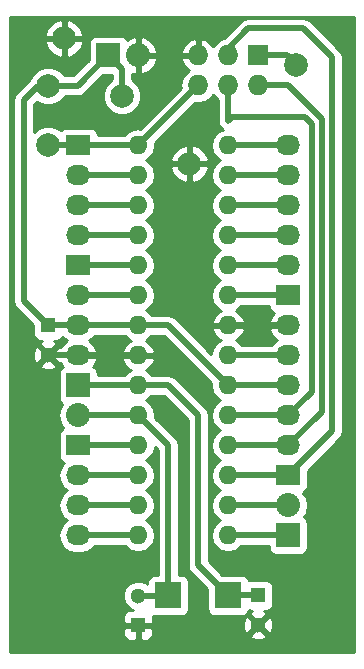
<source format=gbr>
G04 #@! TF.FileFunction,Copper,L1,Top,Signal*
%FSLAX46Y46*%
G04 Gerber Fmt 4.6, Leading zero omitted, Abs format (unit mm)*
G04 Created by KiCad (PCBNEW 4.0.0-1rc2.201511201506+6189~38~ubuntu15.04.1-stable) date Fr 22 Jan 2016 14:24:20 CET*
%MOMM*%
G01*
G04 APERTURE LIST*
%ADD10C,0.300000*%
%ADD11R,1.300000X1.300000*%
%ADD12C,1.300000*%
%ADD13O,1.600000X1.600000*%
%ADD14R,2.032000X2.032000*%
%ADD15O,2.032000X2.032000*%
%ADD16R,2.032000X1.727200*%
%ADD17O,2.032000X1.727200*%
%ADD18R,1.727200X1.727200*%
%ADD19O,1.727200X1.727200*%
%ADD20C,1.998980*%
%ADD21R,2.235200X2.235200*%
%ADD22C,0.500000*%
%ADD23C,0.254000*%
G04 APERTURE END LIST*
D10*
D11*
X15240000Y-38100000D03*
D12*
X15240000Y-40600000D03*
D11*
X33020000Y-60960000D03*
D12*
X33020000Y-63460000D03*
D11*
X22860000Y-63500000D03*
D12*
X22860000Y-61000000D03*
D13*
X22860000Y-22860000D03*
X22860000Y-25400000D03*
X22860000Y-27940000D03*
X22860000Y-30480000D03*
X22860000Y-33020000D03*
X22860000Y-35560000D03*
X22860000Y-38100000D03*
X22860000Y-40640000D03*
X22860000Y-43180000D03*
X22860000Y-45720000D03*
X22860000Y-48260000D03*
X22860000Y-50800000D03*
X22860000Y-53340000D03*
X22860000Y-55880000D03*
X30480000Y-55880000D03*
X30480000Y-53340000D03*
X30480000Y-50800000D03*
X30480000Y-48260000D03*
X30480000Y-45720000D03*
X30480000Y-43180000D03*
X30480000Y-40640000D03*
X30480000Y-38100000D03*
X30480000Y-35560000D03*
X30480000Y-33020000D03*
X30480000Y-30480000D03*
X30480000Y-27940000D03*
X30480000Y-25400000D03*
X30480000Y-22860000D03*
D14*
X20320000Y-15240000D03*
D15*
X22860000Y-15240000D03*
D16*
X17780000Y-22860000D03*
D17*
X17780000Y-25400000D03*
X17780000Y-27940000D03*
X17780000Y-30480000D03*
D14*
X17780000Y-43180000D03*
D15*
X17780000Y-45720000D03*
D16*
X17780000Y-48260000D03*
D17*
X17780000Y-50800000D03*
X17780000Y-53340000D03*
X17780000Y-55880000D03*
D16*
X17780000Y-33020000D03*
D17*
X17780000Y-35560000D03*
X17780000Y-38100000D03*
X17780000Y-40640000D03*
D18*
X33020000Y-15240000D03*
D19*
X33020000Y-17780000D03*
X30480000Y-15240000D03*
X30480000Y-17780000D03*
X27940000Y-15240000D03*
X27940000Y-17780000D03*
D20*
X15240000Y-17820640D03*
X15240000Y-22821900D03*
X27198101Y-24404101D03*
X16591499Y-13797499D03*
X21493742Y-18670881D03*
X36265858Y-16066159D03*
D16*
X35560000Y-35560000D03*
D17*
X35560000Y-33020000D03*
X35560000Y-30480000D03*
X35560000Y-27940000D03*
X35560000Y-25400000D03*
X35560000Y-22860000D03*
D14*
X35560000Y-55880000D03*
D15*
X35560000Y-53340000D03*
D16*
X35560000Y-50800000D03*
D17*
X35560000Y-48260000D03*
X35560000Y-45720000D03*
X35560000Y-43180000D03*
X35560000Y-40640000D03*
X35560000Y-38100000D03*
D21*
X25400000Y-60960000D03*
X30480000Y-60960000D03*
D22*
X33020000Y-15240000D02*
X35439699Y-15240000D01*
X35439699Y-15240000D02*
X36265858Y-16066159D01*
X35439699Y-15240000D02*
X36265858Y-16066159D01*
X21493742Y-18670881D02*
X21493742Y-16413742D01*
X21493742Y-16413742D02*
X20320000Y-15240000D01*
X22860000Y-38100000D02*
X25400000Y-38100000D01*
X25400000Y-38100000D02*
X30480000Y-43180000D01*
X15240000Y-17820640D02*
X14366240Y-17820640D01*
X14366240Y-17820640D02*
X13159740Y-19027140D01*
X13159740Y-36019740D02*
X15240000Y-38100000D01*
X13159740Y-19027140D02*
X13159740Y-36019740D01*
X15240000Y-38100000D02*
X17780000Y-38100000D01*
X15240000Y-17820640D02*
X17739360Y-17820640D01*
X17739360Y-17820640D02*
X20320000Y-15240000D01*
X17780000Y-38100000D02*
X22860000Y-38100000D01*
X30480000Y-43180000D02*
X35560000Y-43180000D01*
X15240000Y-40600000D02*
X17740000Y-40600000D01*
X17740000Y-40600000D02*
X17780000Y-40640000D01*
X17780000Y-40640000D02*
X22860000Y-40640000D01*
X30480000Y-38100000D02*
X35560000Y-38100000D01*
X22860000Y-43180000D02*
X25400000Y-43180000D01*
X27940000Y-58420000D02*
X30480000Y-60960000D01*
X27940000Y-45720000D02*
X27940000Y-58420000D01*
X25400000Y-43180000D02*
X27940000Y-45720000D01*
X30480000Y-60960000D02*
X33020000Y-60960000D01*
X17780000Y-43180000D02*
X22860000Y-43180000D01*
X25400000Y-60960000D02*
X25400000Y-48260000D01*
X25400000Y-48260000D02*
X22860000Y-45720000D01*
X22860000Y-61000000D02*
X25360000Y-61000000D01*
X25360000Y-61000000D02*
X25400000Y-60960000D01*
X17780000Y-45720000D02*
X22860000Y-45720000D01*
X27940000Y-17780000D02*
X22860000Y-22860000D01*
X17780000Y-22860000D02*
X15278100Y-22860000D01*
X15278100Y-22860000D02*
X15240000Y-22821900D01*
X17780000Y-22860000D02*
X22860000Y-22860000D01*
X17780000Y-25400000D02*
X22860000Y-25400000D01*
X17780000Y-27940000D02*
X22860000Y-27940000D01*
X17780000Y-30480000D02*
X22860000Y-30480000D01*
X17780000Y-33020000D02*
X22860000Y-33020000D01*
X17780000Y-35560000D02*
X22860000Y-35560000D01*
X17780000Y-48260000D02*
X22860000Y-48260000D01*
X17780000Y-50800000D02*
X22860000Y-50800000D01*
X17780000Y-53340000D02*
X22860000Y-53340000D01*
X17780000Y-55880000D02*
X22860000Y-55880000D01*
X30480000Y-55880000D02*
X35560000Y-55880000D01*
X30480000Y-53340000D02*
X35560000Y-53340000D01*
X30480000Y-15240000D02*
X30480000Y-14668500D01*
X30480000Y-14668500D02*
X32194500Y-12954000D01*
X32194500Y-12954000D02*
X36842700Y-12954000D01*
X36842700Y-12954000D02*
X39281100Y-15392400D01*
X39281100Y-15392400D02*
X39281100Y-47078900D01*
X39281100Y-47078900D02*
X35560000Y-50800000D01*
X30480000Y-50800000D02*
X35560000Y-50800000D01*
X33020000Y-17780000D02*
X35570160Y-17780000D01*
X38409880Y-45410120D02*
X35560000Y-48260000D01*
X38409880Y-20619720D02*
X38409880Y-45410120D01*
X35570160Y-17780000D02*
X38409880Y-20619720D01*
X30480000Y-48260000D02*
X35560000Y-48260000D01*
X30480000Y-17780000D02*
X30480000Y-20782280D01*
X37571680Y-43708320D02*
X35560000Y-45720000D01*
X37571680Y-21010880D02*
X37571680Y-43708320D01*
X37012880Y-20452080D02*
X37571680Y-21010880D01*
X30810200Y-20452080D02*
X37012880Y-20452080D01*
X30480000Y-20782280D02*
X30810200Y-20452080D01*
X30480000Y-45720000D02*
X35560000Y-45720000D01*
X30480000Y-40640000D02*
X35560000Y-40640000D01*
X30480000Y-35560000D02*
X35560000Y-35560000D01*
X30480000Y-33020000D02*
X35560000Y-33020000D01*
X30480000Y-30480000D02*
X35560000Y-30480000D01*
X30480000Y-27940000D02*
X35560000Y-27940000D01*
X30480000Y-25400000D02*
X35560000Y-25400000D01*
X30480000Y-22860000D02*
X35560000Y-22860000D01*
D23*
G36*
X41107360Y-65712340D02*
X12024360Y-65712340D01*
X12024360Y-63785750D01*
X21575000Y-63785750D01*
X21575000Y-64276309D01*
X21671673Y-64509698D01*
X21850301Y-64688327D01*
X22083690Y-64785000D01*
X22574250Y-64785000D01*
X22733000Y-64626250D01*
X22733000Y-63627000D01*
X22987000Y-63627000D01*
X22987000Y-64626250D01*
X23145750Y-64785000D01*
X23636310Y-64785000D01*
X23869699Y-64688327D01*
X24048327Y-64509698D01*
X24110741Y-64359016D01*
X32300590Y-64359016D01*
X32356271Y-64589611D01*
X32839078Y-64757622D01*
X33349428Y-64728083D01*
X33683729Y-64589611D01*
X33739410Y-64359016D01*
X33020000Y-63639605D01*
X32300590Y-64359016D01*
X24110741Y-64359016D01*
X24145000Y-64276309D01*
X24145000Y-63785750D01*
X23986250Y-63627000D01*
X22987000Y-63627000D01*
X22733000Y-63627000D01*
X21733750Y-63627000D01*
X21575000Y-63785750D01*
X12024360Y-63785750D01*
X12024360Y-41499016D01*
X14520590Y-41499016D01*
X14576271Y-41729611D01*
X15059078Y-41897622D01*
X15569428Y-41868083D01*
X15903729Y-41729611D01*
X15959410Y-41499016D01*
X15240000Y-40779605D01*
X14520590Y-41499016D01*
X12024360Y-41499016D01*
X12024360Y-40419078D01*
X13942378Y-40419078D01*
X13971917Y-40929428D01*
X14110389Y-41263729D01*
X14340984Y-41319410D01*
X15060395Y-40600000D01*
X14340984Y-39880590D01*
X14110389Y-39936271D01*
X13942378Y-40419078D01*
X12024360Y-40419078D01*
X12024360Y-19027140D01*
X12274739Y-19027140D01*
X12274740Y-19027145D01*
X12274740Y-36019735D01*
X12274739Y-36019740D01*
X12330930Y-36302224D01*
X12342107Y-36358415D01*
X12513428Y-36614816D01*
X12533950Y-36645530D01*
X13942560Y-38054139D01*
X13942560Y-38750000D01*
X13986838Y-38985317D01*
X14125910Y-39201441D01*
X14338110Y-39346431D01*
X14590000Y-39397440D01*
X14752385Y-39397440D01*
X14576271Y-39470389D01*
X14520590Y-39700984D01*
X15240000Y-40420395D01*
X15959410Y-39700984D01*
X15903729Y-39470389D01*
X15694098Y-39397440D01*
X15890000Y-39397440D01*
X16125317Y-39353162D01*
X16341441Y-39214090D01*
X16457981Y-39043528D01*
X16535585Y-39159670D01*
X16845069Y-39366461D01*
X16429268Y-39737964D01*
X16337480Y-39928512D01*
X16139016Y-39880590D01*
X15419605Y-40600000D01*
X16139016Y-41319410D01*
X16302959Y-41279823D01*
X16429268Y-41542036D01*
X16483124Y-41590154D01*
X16312559Y-41699910D01*
X16167569Y-41912110D01*
X16116560Y-42164000D01*
X16116560Y-44196000D01*
X16160838Y-44431317D01*
X16299910Y-44647441D01*
X16448837Y-44749198D01*
X16222330Y-45088190D01*
X16096655Y-45720000D01*
X16222330Y-46351810D01*
X16520711Y-46798368D01*
X16312559Y-46932310D01*
X16167569Y-47144510D01*
X16116560Y-47396400D01*
X16116560Y-49123600D01*
X16160838Y-49358917D01*
X16299910Y-49575041D01*
X16512110Y-49720031D01*
X16553439Y-49728400D01*
X16535585Y-49740330D01*
X16210729Y-50226511D01*
X16096655Y-50800000D01*
X16210729Y-51373489D01*
X16535585Y-51859670D01*
X16850366Y-52070000D01*
X16535585Y-52280330D01*
X16210729Y-52766511D01*
X16096655Y-53340000D01*
X16210729Y-53913489D01*
X16535585Y-54399670D01*
X16850366Y-54610000D01*
X16535585Y-54820330D01*
X16210729Y-55306511D01*
X16096655Y-55880000D01*
X16210729Y-56453489D01*
X16535585Y-56939670D01*
X17021766Y-57264526D01*
X17595255Y-57378600D01*
X17964745Y-57378600D01*
X18538234Y-57264526D01*
X19024415Y-56939670D01*
X19141126Y-56765000D01*
X21730527Y-56765000D01*
X21817189Y-56894698D01*
X22282736Y-57205767D01*
X22831887Y-57315000D01*
X22888113Y-57315000D01*
X23437264Y-57205767D01*
X23902811Y-56894698D01*
X24213880Y-56429151D01*
X24323113Y-55880000D01*
X24213880Y-55330849D01*
X23902811Y-54865302D01*
X23520725Y-54610000D01*
X23902811Y-54354698D01*
X24213880Y-53889151D01*
X24323113Y-53340000D01*
X24213880Y-52790849D01*
X23902811Y-52325302D01*
X23520725Y-52070000D01*
X23902811Y-51814698D01*
X24213880Y-51349151D01*
X24323113Y-50800000D01*
X24213880Y-50250849D01*
X23902811Y-49785302D01*
X23520725Y-49530000D01*
X23902811Y-49274698D01*
X24213880Y-48809151D01*
X24294130Y-48405709D01*
X24515000Y-48626579D01*
X24515000Y-59194960D01*
X24282400Y-59194960D01*
X24047083Y-59239238D01*
X23830959Y-59378310D01*
X23685969Y-59590510D01*
X23634960Y-59842400D01*
X23634960Y-59957461D01*
X23588845Y-59911265D01*
X23116724Y-59715223D01*
X22605519Y-59714777D01*
X22133057Y-59909995D01*
X21771265Y-60271155D01*
X21575223Y-60743276D01*
X21574777Y-61254481D01*
X21769995Y-61726943D01*
X22131155Y-62088735D01*
X22435235Y-62215000D01*
X22083690Y-62215000D01*
X21850301Y-62311673D01*
X21671673Y-62490302D01*
X21575000Y-62723691D01*
X21575000Y-63214250D01*
X21733750Y-63373000D01*
X22733000Y-63373000D01*
X22733000Y-63353000D01*
X22987000Y-63353000D01*
X22987000Y-63373000D01*
X23986250Y-63373000D01*
X24080172Y-63279078D01*
X31722378Y-63279078D01*
X31751917Y-63789428D01*
X31890389Y-64123729D01*
X32120984Y-64179410D01*
X32840395Y-63460000D01*
X33199605Y-63460000D01*
X33919016Y-64179410D01*
X34149611Y-64123729D01*
X34317622Y-63640922D01*
X34288083Y-63130572D01*
X34149611Y-62796271D01*
X33919016Y-62740590D01*
X33199605Y-63460000D01*
X32840395Y-63460000D01*
X32120984Y-62740590D01*
X31890389Y-62796271D01*
X31722378Y-63279078D01*
X24080172Y-63279078D01*
X24145000Y-63214250D01*
X24145000Y-62723691D01*
X24133030Y-62694792D01*
X24282400Y-62725040D01*
X26517600Y-62725040D01*
X26752917Y-62680762D01*
X26969041Y-62541690D01*
X27114031Y-62329490D01*
X27165040Y-62077600D01*
X27165040Y-59842400D01*
X27120762Y-59607083D01*
X26981690Y-59390959D01*
X26769490Y-59245969D01*
X26517600Y-59194960D01*
X26285000Y-59194960D01*
X26285000Y-48260000D01*
X26217633Y-47921325D01*
X26025790Y-47634210D01*
X26025787Y-47634208D01*
X24288017Y-45896438D01*
X24323113Y-45720000D01*
X24213880Y-45170849D01*
X23902811Y-44705302D01*
X23520725Y-44450000D01*
X23902811Y-44194698D01*
X23989473Y-44065000D01*
X25033420Y-44065000D01*
X27055000Y-46086579D01*
X27055000Y-58419995D01*
X27054999Y-58420000D01*
X27111190Y-58702484D01*
X27122367Y-58758675D01*
X27314210Y-59045790D01*
X28714960Y-60446539D01*
X28714960Y-62077600D01*
X28759238Y-62312917D01*
X28898310Y-62529041D01*
X29110510Y-62674031D01*
X29362400Y-62725040D01*
X31597600Y-62725040D01*
X31832917Y-62680762D01*
X32049041Y-62541690D01*
X32194031Y-62329490D01*
X32214979Y-62226047D01*
X32370000Y-62257440D01*
X32532385Y-62257440D01*
X32356271Y-62330389D01*
X32300590Y-62560984D01*
X33020000Y-63280395D01*
X33739410Y-62560984D01*
X33683729Y-62330389D01*
X33474098Y-62257440D01*
X33670000Y-62257440D01*
X33905317Y-62213162D01*
X34121441Y-62074090D01*
X34266431Y-61861890D01*
X34317440Y-61610000D01*
X34317440Y-60310000D01*
X34273162Y-60074683D01*
X34134090Y-59858559D01*
X33921890Y-59713569D01*
X33670000Y-59662560D01*
X32370000Y-59662560D01*
X32216631Y-59691418D01*
X32200762Y-59607083D01*
X32061690Y-59390959D01*
X31849490Y-59245969D01*
X31597600Y-59194960D01*
X29966539Y-59194960D01*
X28825000Y-58053420D01*
X28825000Y-45720000D01*
X28757633Y-45381325D01*
X28565790Y-45094210D01*
X28565787Y-45094208D01*
X26025790Y-42554210D01*
X25738675Y-42362367D01*
X25682484Y-42351190D01*
X25400000Y-42294999D01*
X25399995Y-42295000D01*
X23989473Y-42295000D01*
X23902811Y-42165302D01*
X23498297Y-41895014D01*
X23715134Y-41792389D01*
X24091041Y-41377423D01*
X24251904Y-40989039D01*
X24129915Y-40767000D01*
X22987000Y-40767000D01*
X22987000Y-40787000D01*
X22733000Y-40787000D01*
X22733000Y-40767000D01*
X21590085Y-40767000D01*
X21468096Y-40989039D01*
X21628959Y-41377423D01*
X22004866Y-41792389D01*
X22221703Y-41895014D01*
X21817189Y-42165302D01*
X21730527Y-42295000D01*
X19443440Y-42295000D01*
X19443440Y-42164000D01*
X19399162Y-41928683D01*
X19260090Y-41712559D01*
X19078639Y-41588579D01*
X19130732Y-41542036D01*
X19384709Y-41014791D01*
X19387358Y-40999026D01*
X19266217Y-40767000D01*
X17907000Y-40767000D01*
X17907000Y-40787000D01*
X17653000Y-40787000D01*
X17653000Y-40767000D01*
X17633000Y-40767000D01*
X17633000Y-40513000D01*
X17653000Y-40513000D01*
X17653000Y-40493000D01*
X17907000Y-40493000D01*
X17907000Y-40513000D01*
X19266217Y-40513000D01*
X19387358Y-40280974D01*
X19384709Y-40265209D01*
X19130732Y-39737964D01*
X18714931Y-39366461D01*
X19024415Y-39159670D01*
X19141126Y-38985000D01*
X21730527Y-38985000D01*
X21817189Y-39114698D01*
X22221703Y-39384986D01*
X22004866Y-39487611D01*
X21628959Y-39902577D01*
X21468096Y-40290961D01*
X21590085Y-40513000D01*
X22733000Y-40513000D01*
X22733000Y-40493000D01*
X22987000Y-40493000D01*
X22987000Y-40513000D01*
X24129915Y-40513000D01*
X24251904Y-40290961D01*
X24091041Y-39902577D01*
X23715134Y-39487611D01*
X23498297Y-39384986D01*
X23902811Y-39114698D01*
X23989473Y-38985000D01*
X25033420Y-38985000D01*
X29051983Y-43003562D01*
X29016887Y-43180000D01*
X29126120Y-43729151D01*
X29437189Y-44194698D01*
X29819275Y-44450000D01*
X29437189Y-44705302D01*
X29126120Y-45170849D01*
X29016887Y-45720000D01*
X29126120Y-46269151D01*
X29437189Y-46734698D01*
X29819275Y-46990000D01*
X29437189Y-47245302D01*
X29126120Y-47710849D01*
X29016887Y-48260000D01*
X29126120Y-48809151D01*
X29437189Y-49274698D01*
X29819275Y-49530000D01*
X29437189Y-49785302D01*
X29126120Y-50250849D01*
X29016887Y-50800000D01*
X29126120Y-51349151D01*
X29437189Y-51814698D01*
X29819275Y-52070000D01*
X29437189Y-52325302D01*
X29126120Y-52790849D01*
X29016887Y-53340000D01*
X29126120Y-53889151D01*
X29437189Y-54354698D01*
X29819275Y-54610000D01*
X29437189Y-54865302D01*
X29126120Y-55330849D01*
X29016887Y-55880000D01*
X29126120Y-56429151D01*
X29437189Y-56894698D01*
X29902736Y-57205767D01*
X30451887Y-57315000D01*
X30508113Y-57315000D01*
X31057264Y-57205767D01*
X31522811Y-56894698D01*
X31609473Y-56765000D01*
X33896560Y-56765000D01*
X33896560Y-56896000D01*
X33940838Y-57131317D01*
X34079910Y-57347441D01*
X34292110Y-57492431D01*
X34544000Y-57543440D01*
X36576000Y-57543440D01*
X36811317Y-57499162D01*
X37027441Y-57360090D01*
X37172431Y-57147890D01*
X37223440Y-56896000D01*
X37223440Y-54864000D01*
X37179162Y-54628683D01*
X37040090Y-54412559D01*
X36891163Y-54310802D01*
X37117670Y-53971810D01*
X37243345Y-53340000D01*
X37117670Y-52708190D01*
X36819289Y-52261632D01*
X37027441Y-52127690D01*
X37172431Y-51915490D01*
X37223440Y-51663600D01*
X37223440Y-50388140D01*
X39906887Y-47704692D01*
X39906890Y-47704690D01*
X40098733Y-47417575D01*
X40107202Y-47375000D01*
X40166101Y-47078900D01*
X40166100Y-47078895D01*
X40166100Y-15392400D01*
X40098733Y-15053725D01*
X39906890Y-14766610D01*
X39906887Y-14766608D01*
X37468490Y-12328210D01*
X37181375Y-12136367D01*
X37125184Y-12125190D01*
X36842700Y-12068999D01*
X36842695Y-12069000D01*
X32194505Y-12069000D01*
X32194500Y-12068999D01*
X31855825Y-12136367D01*
X31568710Y-12328210D01*
X31568708Y-12328213D01*
X30111600Y-13785320D01*
X29906511Y-13826115D01*
X29420330Y-14150971D01*
X29204336Y-14474228D01*
X29146821Y-14351510D01*
X28714947Y-13957312D01*
X28299026Y-13785042D01*
X28067000Y-13906183D01*
X28067000Y-15113000D01*
X28087000Y-15113000D01*
X28087000Y-15367000D01*
X28067000Y-15367000D01*
X28067000Y-15387000D01*
X27813000Y-15387000D01*
X27813000Y-15367000D01*
X26605531Y-15367000D01*
X26485032Y-15599027D01*
X26733179Y-16128490D01*
X27151161Y-16510008D01*
X26880330Y-16690971D01*
X26555474Y-17177152D01*
X26441400Y-17750641D01*
X26441400Y-17809359D01*
X26477512Y-17990908D01*
X23017653Y-21450767D01*
X22888113Y-21425000D01*
X22831887Y-21425000D01*
X22282736Y-21534233D01*
X21817189Y-21845302D01*
X21730527Y-21975000D01*
X19439413Y-21975000D01*
X19399162Y-21761083D01*
X19260090Y-21544959D01*
X19047890Y-21399969D01*
X18796000Y-21348960D01*
X16764000Y-21348960D01*
X16528683Y-21393238D01*
X16312559Y-21532310D01*
X16292081Y-21562280D01*
X16167073Y-21437054D01*
X15566547Y-21187694D01*
X14916306Y-21187126D01*
X14315345Y-21435438D01*
X14044740Y-21705571D01*
X14044740Y-19393720D01*
X14272985Y-19165474D01*
X14312927Y-19205486D01*
X14913453Y-19454846D01*
X15563694Y-19455414D01*
X16164655Y-19207102D01*
X16624846Y-18747713D01*
X16642316Y-18705640D01*
X17739355Y-18705640D01*
X17739360Y-18705641D01*
X18021844Y-18649450D01*
X18078035Y-18638273D01*
X18365150Y-18446430D01*
X18365151Y-18446429D01*
X19908139Y-16903440D01*
X20608742Y-16903440D01*
X20608742Y-17268034D01*
X20569087Y-17284419D01*
X20108896Y-17743808D01*
X19859536Y-18344334D01*
X19858968Y-18994575D01*
X20107280Y-19595536D01*
X20566669Y-20055727D01*
X21167195Y-20305087D01*
X21817436Y-20305655D01*
X22418397Y-20057343D01*
X22878588Y-19597954D01*
X23127948Y-18997428D01*
X23128516Y-18347187D01*
X22880204Y-17746226D01*
X22420815Y-17286035D01*
X22378742Y-17268565D01*
X22378742Y-16805254D01*
X22477056Y-16845975D01*
X22733000Y-16726836D01*
X22733000Y-15367000D01*
X22987000Y-15367000D01*
X22987000Y-16726836D01*
X23242944Y-16845975D01*
X23724818Y-16646385D01*
X24197188Y-16208379D01*
X24465983Y-15622946D01*
X24347367Y-15367000D01*
X22987000Y-15367000D01*
X22733000Y-15367000D01*
X22713000Y-15367000D01*
X22713000Y-15113000D01*
X22733000Y-15113000D01*
X22733000Y-13753164D01*
X22987000Y-13753164D01*
X22987000Y-15113000D01*
X24347367Y-15113000D01*
X24454897Y-14880973D01*
X26485032Y-14880973D01*
X26605531Y-15113000D01*
X27813000Y-15113000D01*
X27813000Y-13906183D01*
X27580974Y-13785042D01*
X27165053Y-13957312D01*
X26733179Y-14351510D01*
X26485032Y-14880973D01*
X24454897Y-14880973D01*
X24465983Y-14857054D01*
X24197188Y-14271621D01*
X23724818Y-13833615D01*
X23242944Y-13634025D01*
X22987000Y-13753164D01*
X22733000Y-13753164D01*
X22477056Y-13634025D01*
X21995182Y-13833615D01*
X21897602Y-13924097D01*
X21800090Y-13772559D01*
X21587890Y-13627569D01*
X21336000Y-13576560D01*
X19304000Y-13576560D01*
X19068683Y-13620838D01*
X18852559Y-13759910D01*
X18707569Y-13972110D01*
X18656560Y-14224000D01*
X18656560Y-15651861D01*
X17372780Y-16935640D01*
X16642847Y-16935640D01*
X16626462Y-16895985D01*
X16167073Y-16435794D01*
X15566547Y-16186434D01*
X14916306Y-16185866D01*
X14315345Y-16434178D01*
X13855154Y-16893567D01*
X13722665Y-17212636D01*
X12533950Y-18401350D01*
X12342107Y-18688465D01*
X12330930Y-18744656D01*
X12274739Y-19027140D01*
X12024360Y-19027140D01*
X12024360Y-14182877D01*
X14970158Y-14182877D01*
X15241053Y-14774002D01*
X15717541Y-15216463D01*
X16206121Y-15418840D01*
X16464499Y-15299903D01*
X16464499Y-13924499D01*
X16718499Y-13924499D01*
X16718499Y-15299903D01*
X16976877Y-15418840D01*
X17568002Y-15147945D01*
X18010463Y-14671457D01*
X18212840Y-14182877D01*
X18093903Y-13924499D01*
X16718499Y-13924499D01*
X16464499Y-13924499D01*
X15089095Y-13924499D01*
X14970158Y-14182877D01*
X12024360Y-14182877D01*
X12024360Y-13412121D01*
X14970158Y-13412121D01*
X15089095Y-13670499D01*
X16464499Y-13670499D01*
X16464499Y-12295095D01*
X16718499Y-12295095D01*
X16718499Y-13670499D01*
X18093903Y-13670499D01*
X18212840Y-13412121D01*
X17941945Y-12820996D01*
X17465457Y-12378535D01*
X16976877Y-12176158D01*
X16718499Y-12295095D01*
X16464499Y-12295095D01*
X16206121Y-12176158D01*
X15614996Y-12447053D01*
X15172535Y-12923541D01*
X14970158Y-13412121D01*
X12024360Y-13412121D01*
X12024360Y-12019240D01*
X41107360Y-12004106D01*
X41107360Y-65712340D01*
X41107360Y-65712340D01*
G37*
X41107360Y-65712340D02*
X12024360Y-65712340D01*
X12024360Y-63785750D01*
X21575000Y-63785750D01*
X21575000Y-64276309D01*
X21671673Y-64509698D01*
X21850301Y-64688327D01*
X22083690Y-64785000D01*
X22574250Y-64785000D01*
X22733000Y-64626250D01*
X22733000Y-63627000D01*
X22987000Y-63627000D01*
X22987000Y-64626250D01*
X23145750Y-64785000D01*
X23636310Y-64785000D01*
X23869699Y-64688327D01*
X24048327Y-64509698D01*
X24110741Y-64359016D01*
X32300590Y-64359016D01*
X32356271Y-64589611D01*
X32839078Y-64757622D01*
X33349428Y-64728083D01*
X33683729Y-64589611D01*
X33739410Y-64359016D01*
X33020000Y-63639605D01*
X32300590Y-64359016D01*
X24110741Y-64359016D01*
X24145000Y-64276309D01*
X24145000Y-63785750D01*
X23986250Y-63627000D01*
X22987000Y-63627000D01*
X22733000Y-63627000D01*
X21733750Y-63627000D01*
X21575000Y-63785750D01*
X12024360Y-63785750D01*
X12024360Y-41499016D01*
X14520590Y-41499016D01*
X14576271Y-41729611D01*
X15059078Y-41897622D01*
X15569428Y-41868083D01*
X15903729Y-41729611D01*
X15959410Y-41499016D01*
X15240000Y-40779605D01*
X14520590Y-41499016D01*
X12024360Y-41499016D01*
X12024360Y-40419078D01*
X13942378Y-40419078D01*
X13971917Y-40929428D01*
X14110389Y-41263729D01*
X14340984Y-41319410D01*
X15060395Y-40600000D01*
X14340984Y-39880590D01*
X14110389Y-39936271D01*
X13942378Y-40419078D01*
X12024360Y-40419078D01*
X12024360Y-19027140D01*
X12274739Y-19027140D01*
X12274740Y-19027145D01*
X12274740Y-36019735D01*
X12274739Y-36019740D01*
X12330930Y-36302224D01*
X12342107Y-36358415D01*
X12513428Y-36614816D01*
X12533950Y-36645530D01*
X13942560Y-38054139D01*
X13942560Y-38750000D01*
X13986838Y-38985317D01*
X14125910Y-39201441D01*
X14338110Y-39346431D01*
X14590000Y-39397440D01*
X14752385Y-39397440D01*
X14576271Y-39470389D01*
X14520590Y-39700984D01*
X15240000Y-40420395D01*
X15959410Y-39700984D01*
X15903729Y-39470389D01*
X15694098Y-39397440D01*
X15890000Y-39397440D01*
X16125317Y-39353162D01*
X16341441Y-39214090D01*
X16457981Y-39043528D01*
X16535585Y-39159670D01*
X16845069Y-39366461D01*
X16429268Y-39737964D01*
X16337480Y-39928512D01*
X16139016Y-39880590D01*
X15419605Y-40600000D01*
X16139016Y-41319410D01*
X16302959Y-41279823D01*
X16429268Y-41542036D01*
X16483124Y-41590154D01*
X16312559Y-41699910D01*
X16167569Y-41912110D01*
X16116560Y-42164000D01*
X16116560Y-44196000D01*
X16160838Y-44431317D01*
X16299910Y-44647441D01*
X16448837Y-44749198D01*
X16222330Y-45088190D01*
X16096655Y-45720000D01*
X16222330Y-46351810D01*
X16520711Y-46798368D01*
X16312559Y-46932310D01*
X16167569Y-47144510D01*
X16116560Y-47396400D01*
X16116560Y-49123600D01*
X16160838Y-49358917D01*
X16299910Y-49575041D01*
X16512110Y-49720031D01*
X16553439Y-49728400D01*
X16535585Y-49740330D01*
X16210729Y-50226511D01*
X16096655Y-50800000D01*
X16210729Y-51373489D01*
X16535585Y-51859670D01*
X16850366Y-52070000D01*
X16535585Y-52280330D01*
X16210729Y-52766511D01*
X16096655Y-53340000D01*
X16210729Y-53913489D01*
X16535585Y-54399670D01*
X16850366Y-54610000D01*
X16535585Y-54820330D01*
X16210729Y-55306511D01*
X16096655Y-55880000D01*
X16210729Y-56453489D01*
X16535585Y-56939670D01*
X17021766Y-57264526D01*
X17595255Y-57378600D01*
X17964745Y-57378600D01*
X18538234Y-57264526D01*
X19024415Y-56939670D01*
X19141126Y-56765000D01*
X21730527Y-56765000D01*
X21817189Y-56894698D01*
X22282736Y-57205767D01*
X22831887Y-57315000D01*
X22888113Y-57315000D01*
X23437264Y-57205767D01*
X23902811Y-56894698D01*
X24213880Y-56429151D01*
X24323113Y-55880000D01*
X24213880Y-55330849D01*
X23902811Y-54865302D01*
X23520725Y-54610000D01*
X23902811Y-54354698D01*
X24213880Y-53889151D01*
X24323113Y-53340000D01*
X24213880Y-52790849D01*
X23902811Y-52325302D01*
X23520725Y-52070000D01*
X23902811Y-51814698D01*
X24213880Y-51349151D01*
X24323113Y-50800000D01*
X24213880Y-50250849D01*
X23902811Y-49785302D01*
X23520725Y-49530000D01*
X23902811Y-49274698D01*
X24213880Y-48809151D01*
X24294130Y-48405709D01*
X24515000Y-48626579D01*
X24515000Y-59194960D01*
X24282400Y-59194960D01*
X24047083Y-59239238D01*
X23830959Y-59378310D01*
X23685969Y-59590510D01*
X23634960Y-59842400D01*
X23634960Y-59957461D01*
X23588845Y-59911265D01*
X23116724Y-59715223D01*
X22605519Y-59714777D01*
X22133057Y-59909995D01*
X21771265Y-60271155D01*
X21575223Y-60743276D01*
X21574777Y-61254481D01*
X21769995Y-61726943D01*
X22131155Y-62088735D01*
X22435235Y-62215000D01*
X22083690Y-62215000D01*
X21850301Y-62311673D01*
X21671673Y-62490302D01*
X21575000Y-62723691D01*
X21575000Y-63214250D01*
X21733750Y-63373000D01*
X22733000Y-63373000D01*
X22733000Y-63353000D01*
X22987000Y-63353000D01*
X22987000Y-63373000D01*
X23986250Y-63373000D01*
X24080172Y-63279078D01*
X31722378Y-63279078D01*
X31751917Y-63789428D01*
X31890389Y-64123729D01*
X32120984Y-64179410D01*
X32840395Y-63460000D01*
X33199605Y-63460000D01*
X33919016Y-64179410D01*
X34149611Y-64123729D01*
X34317622Y-63640922D01*
X34288083Y-63130572D01*
X34149611Y-62796271D01*
X33919016Y-62740590D01*
X33199605Y-63460000D01*
X32840395Y-63460000D01*
X32120984Y-62740590D01*
X31890389Y-62796271D01*
X31722378Y-63279078D01*
X24080172Y-63279078D01*
X24145000Y-63214250D01*
X24145000Y-62723691D01*
X24133030Y-62694792D01*
X24282400Y-62725040D01*
X26517600Y-62725040D01*
X26752917Y-62680762D01*
X26969041Y-62541690D01*
X27114031Y-62329490D01*
X27165040Y-62077600D01*
X27165040Y-59842400D01*
X27120762Y-59607083D01*
X26981690Y-59390959D01*
X26769490Y-59245969D01*
X26517600Y-59194960D01*
X26285000Y-59194960D01*
X26285000Y-48260000D01*
X26217633Y-47921325D01*
X26025790Y-47634210D01*
X26025787Y-47634208D01*
X24288017Y-45896438D01*
X24323113Y-45720000D01*
X24213880Y-45170849D01*
X23902811Y-44705302D01*
X23520725Y-44450000D01*
X23902811Y-44194698D01*
X23989473Y-44065000D01*
X25033420Y-44065000D01*
X27055000Y-46086579D01*
X27055000Y-58419995D01*
X27054999Y-58420000D01*
X27111190Y-58702484D01*
X27122367Y-58758675D01*
X27314210Y-59045790D01*
X28714960Y-60446539D01*
X28714960Y-62077600D01*
X28759238Y-62312917D01*
X28898310Y-62529041D01*
X29110510Y-62674031D01*
X29362400Y-62725040D01*
X31597600Y-62725040D01*
X31832917Y-62680762D01*
X32049041Y-62541690D01*
X32194031Y-62329490D01*
X32214979Y-62226047D01*
X32370000Y-62257440D01*
X32532385Y-62257440D01*
X32356271Y-62330389D01*
X32300590Y-62560984D01*
X33020000Y-63280395D01*
X33739410Y-62560984D01*
X33683729Y-62330389D01*
X33474098Y-62257440D01*
X33670000Y-62257440D01*
X33905317Y-62213162D01*
X34121441Y-62074090D01*
X34266431Y-61861890D01*
X34317440Y-61610000D01*
X34317440Y-60310000D01*
X34273162Y-60074683D01*
X34134090Y-59858559D01*
X33921890Y-59713569D01*
X33670000Y-59662560D01*
X32370000Y-59662560D01*
X32216631Y-59691418D01*
X32200762Y-59607083D01*
X32061690Y-59390959D01*
X31849490Y-59245969D01*
X31597600Y-59194960D01*
X29966539Y-59194960D01*
X28825000Y-58053420D01*
X28825000Y-45720000D01*
X28757633Y-45381325D01*
X28565790Y-45094210D01*
X28565787Y-45094208D01*
X26025790Y-42554210D01*
X25738675Y-42362367D01*
X25682484Y-42351190D01*
X25400000Y-42294999D01*
X25399995Y-42295000D01*
X23989473Y-42295000D01*
X23902811Y-42165302D01*
X23498297Y-41895014D01*
X23715134Y-41792389D01*
X24091041Y-41377423D01*
X24251904Y-40989039D01*
X24129915Y-40767000D01*
X22987000Y-40767000D01*
X22987000Y-40787000D01*
X22733000Y-40787000D01*
X22733000Y-40767000D01*
X21590085Y-40767000D01*
X21468096Y-40989039D01*
X21628959Y-41377423D01*
X22004866Y-41792389D01*
X22221703Y-41895014D01*
X21817189Y-42165302D01*
X21730527Y-42295000D01*
X19443440Y-42295000D01*
X19443440Y-42164000D01*
X19399162Y-41928683D01*
X19260090Y-41712559D01*
X19078639Y-41588579D01*
X19130732Y-41542036D01*
X19384709Y-41014791D01*
X19387358Y-40999026D01*
X19266217Y-40767000D01*
X17907000Y-40767000D01*
X17907000Y-40787000D01*
X17653000Y-40787000D01*
X17653000Y-40767000D01*
X17633000Y-40767000D01*
X17633000Y-40513000D01*
X17653000Y-40513000D01*
X17653000Y-40493000D01*
X17907000Y-40493000D01*
X17907000Y-40513000D01*
X19266217Y-40513000D01*
X19387358Y-40280974D01*
X19384709Y-40265209D01*
X19130732Y-39737964D01*
X18714931Y-39366461D01*
X19024415Y-39159670D01*
X19141126Y-38985000D01*
X21730527Y-38985000D01*
X21817189Y-39114698D01*
X22221703Y-39384986D01*
X22004866Y-39487611D01*
X21628959Y-39902577D01*
X21468096Y-40290961D01*
X21590085Y-40513000D01*
X22733000Y-40513000D01*
X22733000Y-40493000D01*
X22987000Y-40493000D01*
X22987000Y-40513000D01*
X24129915Y-40513000D01*
X24251904Y-40290961D01*
X24091041Y-39902577D01*
X23715134Y-39487611D01*
X23498297Y-39384986D01*
X23902811Y-39114698D01*
X23989473Y-38985000D01*
X25033420Y-38985000D01*
X29051983Y-43003562D01*
X29016887Y-43180000D01*
X29126120Y-43729151D01*
X29437189Y-44194698D01*
X29819275Y-44450000D01*
X29437189Y-44705302D01*
X29126120Y-45170849D01*
X29016887Y-45720000D01*
X29126120Y-46269151D01*
X29437189Y-46734698D01*
X29819275Y-46990000D01*
X29437189Y-47245302D01*
X29126120Y-47710849D01*
X29016887Y-48260000D01*
X29126120Y-48809151D01*
X29437189Y-49274698D01*
X29819275Y-49530000D01*
X29437189Y-49785302D01*
X29126120Y-50250849D01*
X29016887Y-50800000D01*
X29126120Y-51349151D01*
X29437189Y-51814698D01*
X29819275Y-52070000D01*
X29437189Y-52325302D01*
X29126120Y-52790849D01*
X29016887Y-53340000D01*
X29126120Y-53889151D01*
X29437189Y-54354698D01*
X29819275Y-54610000D01*
X29437189Y-54865302D01*
X29126120Y-55330849D01*
X29016887Y-55880000D01*
X29126120Y-56429151D01*
X29437189Y-56894698D01*
X29902736Y-57205767D01*
X30451887Y-57315000D01*
X30508113Y-57315000D01*
X31057264Y-57205767D01*
X31522811Y-56894698D01*
X31609473Y-56765000D01*
X33896560Y-56765000D01*
X33896560Y-56896000D01*
X33940838Y-57131317D01*
X34079910Y-57347441D01*
X34292110Y-57492431D01*
X34544000Y-57543440D01*
X36576000Y-57543440D01*
X36811317Y-57499162D01*
X37027441Y-57360090D01*
X37172431Y-57147890D01*
X37223440Y-56896000D01*
X37223440Y-54864000D01*
X37179162Y-54628683D01*
X37040090Y-54412559D01*
X36891163Y-54310802D01*
X37117670Y-53971810D01*
X37243345Y-53340000D01*
X37117670Y-52708190D01*
X36819289Y-52261632D01*
X37027441Y-52127690D01*
X37172431Y-51915490D01*
X37223440Y-51663600D01*
X37223440Y-50388140D01*
X39906887Y-47704692D01*
X39906890Y-47704690D01*
X40098733Y-47417575D01*
X40107202Y-47375000D01*
X40166101Y-47078900D01*
X40166100Y-47078895D01*
X40166100Y-15392400D01*
X40098733Y-15053725D01*
X39906890Y-14766610D01*
X39906887Y-14766608D01*
X37468490Y-12328210D01*
X37181375Y-12136367D01*
X37125184Y-12125190D01*
X36842700Y-12068999D01*
X36842695Y-12069000D01*
X32194505Y-12069000D01*
X32194500Y-12068999D01*
X31855825Y-12136367D01*
X31568710Y-12328210D01*
X31568708Y-12328213D01*
X30111600Y-13785320D01*
X29906511Y-13826115D01*
X29420330Y-14150971D01*
X29204336Y-14474228D01*
X29146821Y-14351510D01*
X28714947Y-13957312D01*
X28299026Y-13785042D01*
X28067000Y-13906183D01*
X28067000Y-15113000D01*
X28087000Y-15113000D01*
X28087000Y-15367000D01*
X28067000Y-15367000D01*
X28067000Y-15387000D01*
X27813000Y-15387000D01*
X27813000Y-15367000D01*
X26605531Y-15367000D01*
X26485032Y-15599027D01*
X26733179Y-16128490D01*
X27151161Y-16510008D01*
X26880330Y-16690971D01*
X26555474Y-17177152D01*
X26441400Y-17750641D01*
X26441400Y-17809359D01*
X26477512Y-17990908D01*
X23017653Y-21450767D01*
X22888113Y-21425000D01*
X22831887Y-21425000D01*
X22282736Y-21534233D01*
X21817189Y-21845302D01*
X21730527Y-21975000D01*
X19439413Y-21975000D01*
X19399162Y-21761083D01*
X19260090Y-21544959D01*
X19047890Y-21399969D01*
X18796000Y-21348960D01*
X16764000Y-21348960D01*
X16528683Y-21393238D01*
X16312559Y-21532310D01*
X16292081Y-21562280D01*
X16167073Y-21437054D01*
X15566547Y-21187694D01*
X14916306Y-21187126D01*
X14315345Y-21435438D01*
X14044740Y-21705571D01*
X14044740Y-19393720D01*
X14272985Y-19165474D01*
X14312927Y-19205486D01*
X14913453Y-19454846D01*
X15563694Y-19455414D01*
X16164655Y-19207102D01*
X16624846Y-18747713D01*
X16642316Y-18705640D01*
X17739355Y-18705640D01*
X17739360Y-18705641D01*
X18021844Y-18649450D01*
X18078035Y-18638273D01*
X18365150Y-18446430D01*
X18365151Y-18446429D01*
X19908139Y-16903440D01*
X20608742Y-16903440D01*
X20608742Y-17268034D01*
X20569087Y-17284419D01*
X20108896Y-17743808D01*
X19859536Y-18344334D01*
X19858968Y-18994575D01*
X20107280Y-19595536D01*
X20566669Y-20055727D01*
X21167195Y-20305087D01*
X21817436Y-20305655D01*
X22418397Y-20057343D01*
X22878588Y-19597954D01*
X23127948Y-18997428D01*
X23128516Y-18347187D01*
X22880204Y-17746226D01*
X22420815Y-17286035D01*
X22378742Y-17268565D01*
X22378742Y-16805254D01*
X22477056Y-16845975D01*
X22733000Y-16726836D01*
X22733000Y-15367000D01*
X22987000Y-15367000D01*
X22987000Y-16726836D01*
X23242944Y-16845975D01*
X23724818Y-16646385D01*
X24197188Y-16208379D01*
X24465983Y-15622946D01*
X24347367Y-15367000D01*
X22987000Y-15367000D01*
X22733000Y-15367000D01*
X22713000Y-15367000D01*
X22713000Y-15113000D01*
X22733000Y-15113000D01*
X22733000Y-13753164D01*
X22987000Y-13753164D01*
X22987000Y-15113000D01*
X24347367Y-15113000D01*
X24454897Y-14880973D01*
X26485032Y-14880973D01*
X26605531Y-15113000D01*
X27813000Y-15113000D01*
X27813000Y-13906183D01*
X27580974Y-13785042D01*
X27165053Y-13957312D01*
X26733179Y-14351510D01*
X26485032Y-14880973D01*
X24454897Y-14880973D01*
X24465983Y-14857054D01*
X24197188Y-14271621D01*
X23724818Y-13833615D01*
X23242944Y-13634025D01*
X22987000Y-13753164D01*
X22733000Y-13753164D01*
X22477056Y-13634025D01*
X21995182Y-13833615D01*
X21897602Y-13924097D01*
X21800090Y-13772559D01*
X21587890Y-13627569D01*
X21336000Y-13576560D01*
X19304000Y-13576560D01*
X19068683Y-13620838D01*
X18852559Y-13759910D01*
X18707569Y-13972110D01*
X18656560Y-14224000D01*
X18656560Y-15651861D01*
X17372780Y-16935640D01*
X16642847Y-16935640D01*
X16626462Y-16895985D01*
X16167073Y-16435794D01*
X15566547Y-16186434D01*
X14916306Y-16185866D01*
X14315345Y-16434178D01*
X13855154Y-16893567D01*
X13722665Y-17212636D01*
X12533950Y-18401350D01*
X12342107Y-18688465D01*
X12330930Y-18744656D01*
X12274739Y-19027140D01*
X12024360Y-19027140D01*
X12024360Y-14182877D01*
X14970158Y-14182877D01*
X15241053Y-14774002D01*
X15717541Y-15216463D01*
X16206121Y-15418840D01*
X16464499Y-15299903D01*
X16464499Y-13924499D01*
X16718499Y-13924499D01*
X16718499Y-15299903D01*
X16976877Y-15418840D01*
X17568002Y-15147945D01*
X18010463Y-14671457D01*
X18212840Y-14182877D01*
X18093903Y-13924499D01*
X16718499Y-13924499D01*
X16464499Y-13924499D01*
X15089095Y-13924499D01*
X14970158Y-14182877D01*
X12024360Y-14182877D01*
X12024360Y-13412121D01*
X14970158Y-13412121D01*
X15089095Y-13670499D01*
X16464499Y-13670499D01*
X16464499Y-12295095D01*
X16718499Y-12295095D01*
X16718499Y-13670499D01*
X18093903Y-13670499D01*
X18212840Y-13412121D01*
X17941945Y-12820996D01*
X17465457Y-12378535D01*
X16976877Y-12176158D01*
X16718499Y-12295095D01*
X16464499Y-12295095D01*
X16206121Y-12176158D01*
X15614996Y-12447053D01*
X15172535Y-12923541D01*
X14970158Y-13412121D01*
X12024360Y-13412121D01*
X12024360Y-12019240D01*
X41107360Y-12004106D01*
X41107360Y-65712340D01*
G36*
X29420330Y-18869029D02*
X29595000Y-18985740D01*
X29595000Y-20782275D01*
X29594999Y-20782280D01*
X29651190Y-21064764D01*
X29662367Y-21120955D01*
X29854210Y-21408070D01*
X30010844Y-21512729D01*
X29902736Y-21534233D01*
X29437189Y-21845302D01*
X29126120Y-22310849D01*
X29016887Y-22860000D01*
X29126120Y-23409151D01*
X29437189Y-23874698D01*
X29819275Y-24130000D01*
X29437189Y-24385302D01*
X29126120Y-24850849D01*
X29016887Y-25400000D01*
X29126120Y-25949151D01*
X29437189Y-26414698D01*
X29819275Y-26670000D01*
X29437189Y-26925302D01*
X29126120Y-27390849D01*
X29016887Y-27940000D01*
X29126120Y-28489151D01*
X29437189Y-28954698D01*
X29819275Y-29210000D01*
X29437189Y-29465302D01*
X29126120Y-29930849D01*
X29016887Y-30480000D01*
X29126120Y-31029151D01*
X29437189Y-31494698D01*
X29819275Y-31750000D01*
X29437189Y-32005302D01*
X29126120Y-32470849D01*
X29016887Y-33020000D01*
X29126120Y-33569151D01*
X29437189Y-34034698D01*
X29819275Y-34290000D01*
X29437189Y-34545302D01*
X29126120Y-35010849D01*
X29016887Y-35560000D01*
X29126120Y-36109151D01*
X29437189Y-36574698D01*
X29841703Y-36844986D01*
X29624866Y-36947611D01*
X29248959Y-37362577D01*
X29088096Y-37750961D01*
X29210085Y-37973000D01*
X30353000Y-37973000D01*
X30353000Y-37953000D01*
X30607000Y-37953000D01*
X30607000Y-37973000D01*
X31749915Y-37973000D01*
X31871904Y-37750961D01*
X31711041Y-37362577D01*
X31335134Y-36947611D01*
X31118297Y-36844986D01*
X31522811Y-36574698D01*
X31609473Y-36445000D01*
X33900587Y-36445000D01*
X33940838Y-36658917D01*
X34079910Y-36875041D01*
X34292110Y-37020031D01*
X34386927Y-37039232D01*
X34209268Y-37197964D01*
X33955291Y-37725209D01*
X33952642Y-37740974D01*
X34073783Y-37973000D01*
X35433000Y-37973000D01*
X35433000Y-37953000D01*
X35687000Y-37953000D01*
X35687000Y-37973000D01*
X35707000Y-37973000D01*
X35707000Y-38227000D01*
X35687000Y-38227000D01*
X35687000Y-38247000D01*
X35433000Y-38247000D01*
X35433000Y-38227000D01*
X34073783Y-38227000D01*
X33952642Y-38459026D01*
X33955291Y-38474791D01*
X34209268Y-39002036D01*
X34625069Y-39373539D01*
X34315585Y-39580330D01*
X34198874Y-39755000D01*
X31609473Y-39755000D01*
X31522811Y-39625302D01*
X31118297Y-39355014D01*
X31335134Y-39252389D01*
X31711041Y-38837423D01*
X31871904Y-38449039D01*
X31749915Y-38227000D01*
X30607000Y-38227000D01*
X30607000Y-38247000D01*
X30353000Y-38247000D01*
X30353000Y-38227000D01*
X29210085Y-38227000D01*
X29088096Y-38449039D01*
X29248959Y-38837423D01*
X29624866Y-39252389D01*
X29841703Y-39355014D01*
X29437189Y-39625302D01*
X29126120Y-40090849D01*
X29045870Y-40494291D01*
X26025790Y-37474210D01*
X25858718Y-37362577D01*
X25738675Y-37282367D01*
X25682484Y-37271190D01*
X25400000Y-37214999D01*
X25399995Y-37215000D01*
X23989473Y-37215000D01*
X23902811Y-37085302D01*
X23520725Y-36830000D01*
X23902811Y-36574698D01*
X24213880Y-36109151D01*
X24323113Y-35560000D01*
X24213880Y-35010849D01*
X23902811Y-34545302D01*
X23520725Y-34290000D01*
X23902811Y-34034698D01*
X24213880Y-33569151D01*
X24323113Y-33020000D01*
X24213880Y-32470849D01*
X23902811Y-32005302D01*
X23520725Y-31750000D01*
X23902811Y-31494698D01*
X24213880Y-31029151D01*
X24323113Y-30480000D01*
X24213880Y-29930849D01*
X23902811Y-29465302D01*
X23520725Y-29210000D01*
X23902811Y-28954698D01*
X24213880Y-28489151D01*
X24323113Y-27940000D01*
X24213880Y-27390849D01*
X23902811Y-26925302D01*
X23520725Y-26670000D01*
X23902811Y-26414698D01*
X24213880Y-25949151D01*
X24323113Y-25400000D01*
X24213880Y-24850849D01*
X24172874Y-24789479D01*
X25576760Y-24789479D01*
X25847655Y-25380604D01*
X26324143Y-25823065D01*
X26812723Y-26025442D01*
X27071101Y-25906505D01*
X27071101Y-24531101D01*
X27325101Y-24531101D01*
X27325101Y-25906505D01*
X27583479Y-26025442D01*
X28174604Y-25754547D01*
X28617065Y-25278059D01*
X28819442Y-24789479D01*
X28700505Y-24531101D01*
X27325101Y-24531101D01*
X27071101Y-24531101D01*
X25695697Y-24531101D01*
X25576760Y-24789479D01*
X24172874Y-24789479D01*
X23902811Y-24385302D01*
X23520725Y-24130000D01*
X23687262Y-24018723D01*
X25576760Y-24018723D01*
X25695697Y-24277101D01*
X27071101Y-24277101D01*
X27071101Y-22901697D01*
X27325101Y-22901697D01*
X27325101Y-24277101D01*
X28700505Y-24277101D01*
X28819442Y-24018723D01*
X28548547Y-23427598D01*
X28072059Y-22985137D01*
X27583479Y-22782760D01*
X27325101Y-22901697D01*
X27071101Y-22901697D01*
X26812723Y-22782760D01*
X26221598Y-23053655D01*
X25779137Y-23530143D01*
X25576760Y-24018723D01*
X23687262Y-24018723D01*
X23902811Y-23874698D01*
X24213880Y-23409151D01*
X24323113Y-22860000D01*
X24288017Y-22683562D01*
X27709475Y-19262105D01*
X27940000Y-19307959D01*
X28513489Y-19193885D01*
X28999670Y-18869029D01*
X29210000Y-18554248D01*
X29420330Y-18869029D01*
X29420330Y-18869029D01*
G37*
X29420330Y-18869029D02*
X29595000Y-18985740D01*
X29595000Y-20782275D01*
X29594999Y-20782280D01*
X29651190Y-21064764D01*
X29662367Y-21120955D01*
X29854210Y-21408070D01*
X30010844Y-21512729D01*
X29902736Y-21534233D01*
X29437189Y-21845302D01*
X29126120Y-22310849D01*
X29016887Y-22860000D01*
X29126120Y-23409151D01*
X29437189Y-23874698D01*
X29819275Y-24130000D01*
X29437189Y-24385302D01*
X29126120Y-24850849D01*
X29016887Y-25400000D01*
X29126120Y-25949151D01*
X29437189Y-26414698D01*
X29819275Y-26670000D01*
X29437189Y-26925302D01*
X29126120Y-27390849D01*
X29016887Y-27940000D01*
X29126120Y-28489151D01*
X29437189Y-28954698D01*
X29819275Y-29210000D01*
X29437189Y-29465302D01*
X29126120Y-29930849D01*
X29016887Y-30480000D01*
X29126120Y-31029151D01*
X29437189Y-31494698D01*
X29819275Y-31750000D01*
X29437189Y-32005302D01*
X29126120Y-32470849D01*
X29016887Y-33020000D01*
X29126120Y-33569151D01*
X29437189Y-34034698D01*
X29819275Y-34290000D01*
X29437189Y-34545302D01*
X29126120Y-35010849D01*
X29016887Y-35560000D01*
X29126120Y-36109151D01*
X29437189Y-36574698D01*
X29841703Y-36844986D01*
X29624866Y-36947611D01*
X29248959Y-37362577D01*
X29088096Y-37750961D01*
X29210085Y-37973000D01*
X30353000Y-37973000D01*
X30353000Y-37953000D01*
X30607000Y-37953000D01*
X30607000Y-37973000D01*
X31749915Y-37973000D01*
X31871904Y-37750961D01*
X31711041Y-37362577D01*
X31335134Y-36947611D01*
X31118297Y-36844986D01*
X31522811Y-36574698D01*
X31609473Y-36445000D01*
X33900587Y-36445000D01*
X33940838Y-36658917D01*
X34079910Y-36875041D01*
X34292110Y-37020031D01*
X34386927Y-37039232D01*
X34209268Y-37197964D01*
X33955291Y-37725209D01*
X33952642Y-37740974D01*
X34073783Y-37973000D01*
X35433000Y-37973000D01*
X35433000Y-37953000D01*
X35687000Y-37953000D01*
X35687000Y-37973000D01*
X35707000Y-37973000D01*
X35707000Y-38227000D01*
X35687000Y-38227000D01*
X35687000Y-38247000D01*
X35433000Y-38247000D01*
X35433000Y-38227000D01*
X34073783Y-38227000D01*
X33952642Y-38459026D01*
X33955291Y-38474791D01*
X34209268Y-39002036D01*
X34625069Y-39373539D01*
X34315585Y-39580330D01*
X34198874Y-39755000D01*
X31609473Y-39755000D01*
X31522811Y-39625302D01*
X31118297Y-39355014D01*
X31335134Y-39252389D01*
X31711041Y-38837423D01*
X31871904Y-38449039D01*
X31749915Y-38227000D01*
X30607000Y-38227000D01*
X30607000Y-38247000D01*
X30353000Y-38247000D01*
X30353000Y-38227000D01*
X29210085Y-38227000D01*
X29088096Y-38449039D01*
X29248959Y-38837423D01*
X29624866Y-39252389D01*
X29841703Y-39355014D01*
X29437189Y-39625302D01*
X29126120Y-40090849D01*
X29045870Y-40494291D01*
X26025790Y-37474210D01*
X25858718Y-37362577D01*
X25738675Y-37282367D01*
X25682484Y-37271190D01*
X25400000Y-37214999D01*
X25399995Y-37215000D01*
X23989473Y-37215000D01*
X23902811Y-37085302D01*
X23520725Y-36830000D01*
X23902811Y-36574698D01*
X24213880Y-36109151D01*
X24323113Y-35560000D01*
X24213880Y-35010849D01*
X23902811Y-34545302D01*
X23520725Y-34290000D01*
X23902811Y-34034698D01*
X24213880Y-33569151D01*
X24323113Y-33020000D01*
X24213880Y-32470849D01*
X23902811Y-32005302D01*
X23520725Y-31750000D01*
X23902811Y-31494698D01*
X24213880Y-31029151D01*
X24323113Y-30480000D01*
X24213880Y-29930849D01*
X23902811Y-29465302D01*
X23520725Y-29210000D01*
X23902811Y-28954698D01*
X24213880Y-28489151D01*
X24323113Y-27940000D01*
X24213880Y-27390849D01*
X23902811Y-26925302D01*
X23520725Y-26670000D01*
X23902811Y-26414698D01*
X24213880Y-25949151D01*
X24323113Y-25400000D01*
X24213880Y-24850849D01*
X24172874Y-24789479D01*
X25576760Y-24789479D01*
X25847655Y-25380604D01*
X26324143Y-25823065D01*
X26812723Y-26025442D01*
X27071101Y-25906505D01*
X27071101Y-24531101D01*
X27325101Y-24531101D01*
X27325101Y-25906505D01*
X27583479Y-26025442D01*
X28174604Y-25754547D01*
X28617065Y-25278059D01*
X28819442Y-24789479D01*
X28700505Y-24531101D01*
X27325101Y-24531101D01*
X27071101Y-24531101D01*
X25695697Y-24531101D01*
X25576760Y-24789479D01*
X24172874Y-24789479D01*
X23902811Y-24385302D01*
X23520725Y-24130000D01*
X23687262Y-24018723D01*
X25576760Y-24018723D01*
X25695697Y-24277101D01*
X27071101Y-24277101D01*
X27071101Y-22901697D01*
X27325101Y-22901697D01*
X27325101Y-24277101D01*
X28700505Y-24277101D01*
X28819442Y-24018723D01*
X28548547Y-23427598D01*
X28072059Y-22985137D01*
X27583479Y-22782760D01*
X27325101Y-22901697D01*
X27071101Y-22901697D01*
X26812723Y-22782760D01*
X26221598Y-23053655D01*
X25779137Y-23530143D01*
X25576760Y-24018723D01*
X23687262Y-24018723D01*
X23902811Y-23874698D01*
X24213880Y-23409151D01*
X24323113Y-22860000D01*
X24288017Y-22683562D01*
X27709475Y-19262105D01*
X27940000Y-19307959D01*
X28513489Y-19193885D01*
X28999670Y-18869029D01*
X29210000Y-18554248D01*
X29420330Y-18869029D01*
M02*

</source>
